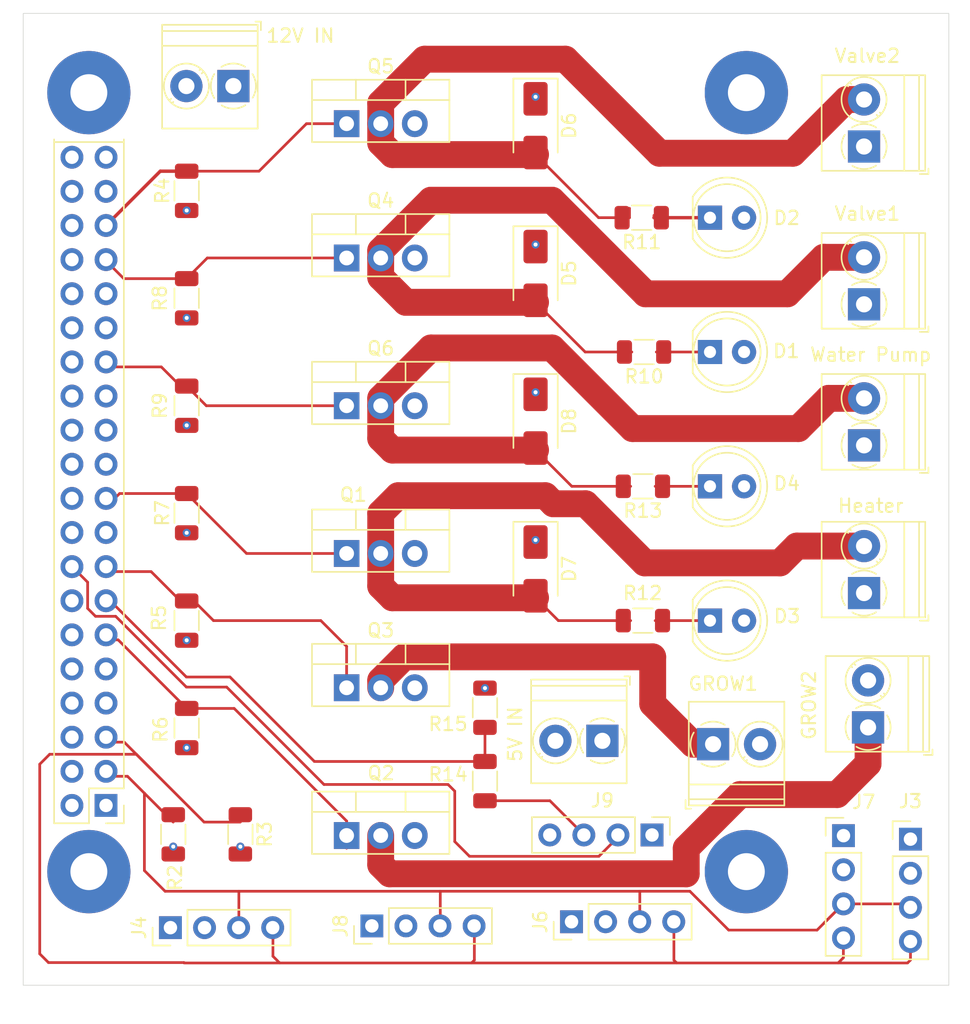
<source format=kicad_pcb>
(kicad_pcb (version 20240108) (generator "pcbnew") (generator_version "8.0")
  (title_block (date "3/14/2025") (rev "2"))
  (layers (0 "F.Cu" mixed) (1 "In1.Cu" power) (2 "In2.Cu" power) (31 "B.Cu" mixed) (34 "B.Paste" user) (35 "F.Paste" user) (36 "B.SilkS" user "B.Silkscreen") (37 "F.SilkS" user "F.Silkscreen") (38 "B.Mask" user) (39 "F.Mask" user) (44 "Edge.Cuts" user))
  (net 0 "")
  (net 1 "Net-(D1-K)")
  (net 2 "+12V")
  (net 3 "Net-(D2-K)")
  (net 4 "Net-(D3-K)")
  (net 5 "Net-(D4-K)")
  (net 6 "Net-(D5-A)")
  (net 7 "Net-(D6-A)")
  (net 8 "Net-(D7-A)")
  (net 9 "Net-(D8-A)")
  (net 10 "GND")
  (net 11 "+5V")
  (net 12 "+3.3V")
  (net 13 "Net-(J1-SDA_I2C1{slash}GPIO02)")
  (net 14 "Net-(J1-GPIO19{slash}SPI1_MISO{slash}PCM_FS)")
  (net 15 "Net-(J1-SCL_I2C1{slash}GPIO03)")
  (net 16 "Net-(J1-GPIO13{slash}PWM1)")
  (net 17 "Net-(Q2-D)")
  (net 18 "Net-(Q3-D)")
  (net 20 "Net-(J1-ID_SD_I2C0{slash}GPIO00)")
  (net 21 "Net-(J1-MOSI_SPI0{slash}GPIO10)")
  (net 22 "Net-(J1-GPIO22{slash}SDIO_CLK)")
  (net 23 "Net-(J1-GPIO27{slash}SDIO_DAT3)")
  (net 24 "Net-(J1-GPIO17{slash}SPI1_~{CE1})")
  (net 32 "Net-(J1-GPIO23{slash}SDIO_CMD)")
  (net 43 "Net-(J9-Pin_3)")
  (footprint "Resistor_SMD:R_1206_3216Metric" (layer "F.Cu") (at 164.3575 84.3 180)
    (property "Reference" "R10" (at 0 -1.82 180) (layer "F.SilkS"))
    (property "Value" "1kΩ")
    (pad "1" smd roundrect (at -1.4625 0 180) (size 1.125 1.75) (layers "F.Cu" "F.Paste" "F.Mask") (roundrect_rratio 0.222222) (net 1 "Net-(D1-K)"))
    (pad "2" smd roundrect (at 1.4625 0 180) (size 1.125 1.75) (layers "F.Cu" "F.Paste" "F.Mask") (roundrect_rratio 0.222222) (net 6 "Net-(D5-A)"))
  )
  (footprint "Resistor_SMD:R_1206_3216Metric" (layer "F.Cu") (at 129.27 120.2125 90)
    (property "Reference" "R2" (at -3.2375 0.13 90) (layer "F.SilkS"))
    (property "Value" "4.7kΩ")
    (pad "1" smd roundrect (at -1.4625 0 90) (size 1.125 1.75) (layers "F.Cu" "F.Paste" "F.Mask") (roundrect_rratio 0.222222) (net 12 "+3.3V"))
    (pad "2" smd roundrect (at 1.4625 0 90) (size 1.125 1.75) (layers "F.Cu" "F.Paste" "F.Mask") (roundrect_rratio 0.222222) (net 13 "Net-(J1-SDA_I2C1{slash}GPIO02)"))
  )
  (footprint "Resistor_SMD:R_1206_3216Metric" (layer "F.Cu") (at 164.27 104.3 180)
    (property "Reference" "R12" (at 0.02 2.05 180) (layer "F.SilkS"))
    (property "Value" "1kΩ")
    (pad "1" smd roundrect (at -1.4625 0 180) (size 1.125 1.75) (layers "F.Cu" "F.Paste" "F.Mask") (roundrect_rratio 0.222222) (net 4 "Net-(D3-K)"))
    (pad "2" smd roundrect (at 1.4625 0 180) (size 1.125 1.75) (layers "F.Cu" "F.Paste" "F.Mask") (roundrect_rratio 0.222222) (net 8 "Net-(D7-A)"))
  )
  (footprint "Resistor_SMD:R_1206_3216Metric" (layer "F.Cu") (at 130.27 96.3 -90)
    (property "Reference" "R7" (at 0 1.82 90) (layer "F.SilkS"))
    (property "Value" "10kΩ")
    (pad "1" smd roundrect (at -1.4625 0 270) (size 1.125 1.75) (layers "F.Cu" "F.Paste" "F.Mask") (roundrect_rratio 0.222222) (net 21 "Net-(J1-MOSI_SPI0{slash}GPIO10)"))
    (pad "2" smd roundrect (at 1.4625 0 270) (size 1.125 1.75) (layers "F.Cu" "F.Paste" "F.Mask") (roundrect_rratio 0.222222) (net 10 "GND"))
  )
  (footprint "Package_TO_SOT_THT:TO-220-3_Vertical" (layer "F.Cu") (at 142.19 67.3)
    (property "Reference" "Q5" (at 2.54 -4.27 0) (layer "F.SilkS"))
    (property "Value" "IRLB8721PbF")
    (pad "1" thru_hole rect (at 0 0) (size 1.905 2) (drill 1.1) (layers "*.Cu" "*.Mask") (net 14 "Net-(J1-GPIO19{slash}SPI1_MISO{slash}PCM_FS)"))
    (pad "2" thru_hole oval (at 2.54 0) (size 1.905 2) (drill 1.1) (layers "*.Cu" "*.Mask") (net 7 "Net-(D6-A)"))
    (pad "3" thru_hole oval (at 5.08 0) (size 1.905 2) (drill 1.1) (layers "*.Cu" "*.Mask") (net 10 "GND"))
  )
  (footprint "Diode_SMD:D_SMA" (layer "F.Cu") (at 156.27 100.45 -90)
    (property "Reference" "D7" (at 0 -2.5 -90) (layer "F.SilkS"))
    (property "Value" "SS510")
    (pad "1" smd roundrect (at -2 0 270) (size 2.5 1.8) (layers "F.Cu" "F.Paste" "F.Mask") (roundrect_rratio 0.1388888889) (net 2 "+12V"))
    (pad "2" smd roundrect (at 2 0 270) (size 2.5 1.8) (layers "F.Cu" "F.Paste" "F.Mask") (roundrect_rratio 0.1388888889) (net 8 "Net-(D7-A)"))
  )
  (footprint "Connector_PinHeader_2.54mm:PinHeader_1x04_P2.54mm_Vertical" (layer "F.Cu") (at 164.95 120.26 -90)
    (property "Reference" "J9" (at -2.57 3.7 180) (layer "F.SilkS"))
    (property "Value" "HC-SR04")
    (pad "1" thru_hole rect (at 0 0 270) (size 1.7 1.7) (drill 1) (layers "*.Cu" "*.Mask") (net 11 "+5V"))
    (pad "2" thru_hole oval (at 0 2.54 270) (size 1.7 1.7) (drill 1) (layers "*.Cu" "*.Mask") (net 32 "Net-(J1-GPIO23{slash}SDIO_CMD)"))
    (pad "3" thru_hole oval (at 0 5.08 270) (size 1.7 1.7) (drill 1) (layers "*.Cu" "*.Mask") (net 43 "Net-(J9-Pin_3)"))
    (pad "4" thru_hole oval (at 0 7.62 270) (size 1.7 1.7) (drill 1) (layers "*.Cu" "*.Mask") (net 10 "GND"))
  )
  (footprint "Package_TO_SOT_THT:TO-220-3_Vertical" (layer "F.Cu") (at 142.19 109.3)
    (property "Reference" "Q3" (at 2.54 -4.27 0) (layer "F.SilkS"))
    (property "Value" "IRLB8721PbF")
    (pad "1" thru_hole rect (at 0 0) (size 1.905 2) (drill 1.1) (layers "*.Cu" "*.Mask") (net 22 "Net-(J1-GPIO22{slash}SDIO_CLK)"))
    (pad "2" thru_hole oval (at 2.54 0) (size 1.905 2) (drill 1.1) (layers "*.Cu" "*.Mask") (net 18 "Net-(Q3-D)"))
    (pad "3" thru_hole oval (at 5.08 0) (size 1.905 2) (drill 1.1) (layers "*.Cu" "*.Mask") (net 10 "GND"))
  )
  (footprint "TerminalBlock_Phoenix:TerminalBlock_Phoenix_PT-1,5-2-3.5-H_1x02_P3.50mm_Horizontal" (layer "F.Cu") (at 180.75 102.25 90)
    (property "Reference" "Heater" (at 6.5 0.5 180) (layer "F.SilkS"))
    (property "Value" "R1")
    (pad "1" thru_hole rect (at 0 0 90) (size 2.4 2.4) (drill 1.2) (layers "*.Cu" "*.Mask") (net 2 "+12V"))
    (pad "2" thru_hole circle (at 3.5 0 90) (size 2.4 2.4) (drill 1.2) (layers "*.Cu" "*.Mask") (net 8 "Net-(D7-A)"))
  )
  (footprint "TerminalBlock_Phoenix:TerminalBlock_Phoenix_PT-1,5-2-3.5-H_1x02_P3.50mm_Horizontal" (layer "F.Cu") (at 180.75 80.75 90)
    (property "Reference" "Valve1" (at 6.75 0.25 180) (layer "F.SilkS"))
    (property "Value" "L")
    (pad "1" thru_hole rect (at 0 0 90) (size 2.4 2.4) (drill 1.2) (layers "*.Cu" "*.Mask") (net 2 "+12V"))
    (pad "2" thru_hole circle (at 3.5 0 90) (size 2.4 2.4) (drill 1.2) (layers "*.Cu" "*.Mask") (net 6 "Net-(D5-A)"))
  )
  (footprint "TerminalBlock_Phoenix:TerminalBlock_Phoenix_PT-1,5-2-3.5-H_1x02_P3.50mm_Horizontal" (layer "F.Cu") (at 181.05 112.25 90)
    (property "Reference" "GROW2" (at 1.65 -4.4 90) (layer "F.SilkS"))
    (property "Value" "~")
    (pad "1" thru_hole rect (at 0 0 90) (size 2.4 2.4) (drill 1.2) (layers "*.Cu" "*.Mask") (net 17 "Net-(Q2-D)"))
    (pad "2" thru_hole circle (at 3.5 0 90) (size 2.4 2.4) (drill 1.2) (layers "*.Cu" "*.Mask") (net 11 "+5V"))
  )
  (footprint "Resistor_SMD:R_1206_3216Metric" (layer "F.Cu") (at 164.27 94.3 180)
    (property "Reference" "R13" (at 0 -1.82 180) (layer "F.SilkS"))
    (property "Value" "1kΩ")
    (pad "1" smd roundrect (at -1.4625 0 180) (size 1.125 1.75) (layers "F.Cu" "F.Paste" "F.Mask") (roundrect_rratio 0.222222) (net 5 "Net-(D4-K)"))
    (pad "2" smd roundrect (at 1.4625 0 180) (size 1.125 1.75) (layers "F.Cu" "F.Paste" "F.Mask") (roundrect_rratio 0.222222) (net 9 "Net-(D8-A)"))
  )
  (footprint "Connector_PinHeader_2.54mm:PinHeader_1x04_P2.54mm_Vertical" (layer "F.Cu") (at 144.07 127.03 90)
    (property "Reference" "J8" (at 0 -2.33 90) (layer "F.SilkS"))
    (property "Value" "Humidity Sensor")
    (pad "1" thru_hole rect (at 0 0 90) (size 1.7 1.7) (drill 1) (layers "*.Cu" "*.Mask") (net 11 "+5V"))
    (pad "2" thru_hole oval (at 0 2.54 90) (size 1.7 1.7) (drill 1) (layers "*.Cu" "*.Mask") (net 10 "GND"))
    (pad "3" thru_hole oval (at 0 5.08 90) (size 1.7 1.7) (drill 1) (layers "*.Cu" "*.Mask") (net 13 "Net-(J1-SDA_I2C1{slash}GPIO02)"))
    (pad "4" thru_hole oval (at 0 7.62 90) (size 1.7 1.7) (drill 1) (layers "*.Cu" "*.Mask") (net 15 "Net-(J1-SCL_I2C1{slash}GPIO03)"))
  )
  (footprint "Connector_PinHeader_2.54mm:PinHeader_1x04_P2.54mm_Vertical" (layer "F.Cu") (at 158.95 126.72 90)
    (property "Reference" "J6" (at 0 -2.33 90) (layer "F.SilkS"))
    (property "Value" "Temperature Sensor")
    (pad "1" thru_hole rect (at 0 0 90) (size 1.7 1.7) (drill 1) (layers "*.Cu" "*.Mask") (net 11 "+5V"))
    (pad "2" thru_hole oval (at 0 2.54 90) (size 1.7 1.7) (drill 1) (layers "*.Cu" "*.Mask") (net 10 "GND"))
    (pad "3" thru_hole oval (at 0 5.08 90) (size 1.7 1.7) (drill 1) (layers "*.Cu" "*.Mask") (net 13 "Net-(J1-SDA_I2C1{slash}GPIO02)"))
    (pad "4" thru_hole oval (at 0 7.62 90) (size 1.7 1.7) (drill 1) (layers "*.Cu" "*.Mask") (net 15 "Net-(J1-SCL_I2C1{slash}GPIO03)"))
  )
  (footprint "Connector_PinHeader_2.54mm:PinHeader_1x04_P2.54mm_Vertical" (layer "F.Cu") (at 129.06 127.16 90)
    (property "Reference" "J4" (at 0 -2.33 90) (layer "F.SilkS"))
    (property "Value" "Soil Sensor")
    (pad "1" thru_hole rect (at 0 0 90) (size 1.7 1.7) (drill 1) (layers "*.Cu" "*.Mask") (net 11 "+5V"))
    (pad "2" thru_hole oval (at 0 2.54 90) (size 1.7 1.7) (drill 1) (layers "*.Cu" "*.Mask") (net 10 "GND"))
    (pad "3" thru_hole oval (at 0 5.08 90) (size 1.7 1.7) (drill 1) (layers "*.Cu" "*.Mask") (net 13 "Net-(J1-SDA_I2C1{slash}GPIO02)"))
    (pad "4" thru_hole oval (at 0 7.62 90) (size 1.7 1.7) (drill 1) (layers "*.Cu" "*.Mask") (net 15 "Net-(J1-SCL_I2C1{slash}GPIO03)"))
  )
  (footprint "Diode_SMD:D_SMA" (layer "F.Cu") (at 156.27 89.45 -90)
    (property "Reference" "D8" (at 0 -2.5 -90) (layer "F.SilkS"))
    (property "Value" "SS510")
    (pad "1" smd roundrect (at -2 0 270) (size 2.5 1.8) (layers "F.Cu" "F.Paste" "F.Mask") (roundrect_rratio 0.1388888889) (net 2 "+12V"))
    (pad "2" smd roundrect (at 2 0 270) (size 2.5 1.8) (layers "F.Cu" "F.Paste" "F.Mask") (roundrect_rratio 0.1388888889) (net 9 "Net-(D8-A)"))
  )
  (footprint "Diode_SMD:D_SMA" (layer "F.Cu") (at 156.27 78.45 -90)
    (property "Reference" "D5" (at 0 -2.5 -90) (layer "F.SilkS"))
    (property "Value" "SS510")
    (pad "1" smd roundrect (at -2 0 270) (size 2.5 1.8) (layers "F.Cu" "F.Paste" "F.Mask") (roundrect_rratio 0.1388888889) (net 2 "+12V"))
    (pad "2" smd roundrect (at 2 0 270) (size 2.5 1.8) (layers "F.Cu" "F.Paste" "F.Mask") (roundrect_rratio 0.1388888889) (net 6 "Net-(D5-A)"))
  )
  (footprint "LED_THT:LED_D5.0mm" (layer "F.Cu") (at 169.27 74.3)
    (property "Reference" "D2" (at 5.72 0.02 0) (layer "F.SilkS"))
    (property "Value" "LED")
    (pad "1" thru_hole rect (at 0 0) (size 1.8 1.8) (drill 0.9) (layers "*.Cu" "*.Mask") (net 3 "Net-(D2-K)"))
    (pad "2" thru_hole circle (at 2.54 0) (size 1.8 1.8) (drill 0.9) (layers "*.Cu" "*.Mask") (net 2 "+12V"))
  )
  (footprint "LED_THT:LED_D5.0mm" (layer "F.Cu") (at 169.27 94.3)
    (property "Reference" "D4" (at 5.72 -0.21 0) (layer "F.SilkS"))
    (property "Value" "LED")
    (pad "1" thru_hole rect (at 0 0) (size 1.8 1.8) (drill 0.9) (layers "*.Cu" "*.Mask") (net 5 "Net-(D4-K)"))
    (pad "2" thru_hole circle (at 2.54 0) (size 1.8 1.8) (drill 0.9) (layers "*.Cu" "*.Mask") (net 2 "+12V"))
  )
  (footprint "Resistor_SMD:R_1206_3216Metric" (layer "F.Cu") (at 130.27 112.3 -90)
    (property "Reference" "R6" (at 0.11 1.95 90) (layer "F.SilkS"))
    (property "Value" "10kΩ")
    (pad "1" smd roundrect (at -1.4625 0 270) (size 1.125 1.75) (layers "F.Cu" "F.Paste" "F.Mask") (roundrect_rratio 0.222222) (net 24 "Net-(J1-GPIO17{slash}SPI1_~{CE1})"))
    (pad "2" smd roundrect (at 1.4625 0 270) (size 1.125 1.75) (layers "F.Cu" "F.Paste" "F.Mask") (roundrect_rratio 0.222222) (net 10 "GND"))
  )
  (footprint "Package_TO_SOT_THT:TO-220-3_Vertical" (layer "F.Cu") (at 142.19 120.3)
    (property "Reference" "Q2" (at 2.57 -4.64 0) (layer "F.SilkS"))
    (property "Value" "IRLB8721PbF")
    (pad "1" thru_hole rect (at 0 0) (size 1.905 2) (drill 1.1) (layers "*.Cu" "*.Mask") (net 24 "Net-(J1-GPIO17{slash}SPI1_~{CE1})"))
    (pad "2" thru_hole oval (at 2.54 0) (size 1.905 2) (drill 1.1) (layers "*.Cu" "*.Mask") (net 17 "Net-(Q2-D)"))
    (pad "3" thru_hole oval (at 5.08 0) (size 1.905 2) (drill 1.1) (layers "*.Cu" "*.Mask") (net 10 "GND"))
  )
  (footprint "Resistor_SMD:R_1206_3216Metric" (layer "F.Cu") (at 130.27 104.3 -90)
    (property "Reference" "R5" (at -0.19 2.06 90) (layer "F.SilkS"))
    (property "Value" "10kΩ")
    (pad "1" smd roundrect (at -1.4625 0 270) (size 1.125 1.75) (layers "F.Cu" "F.Paste" "F.Mask") (roundrect_rratio 0.222222) (net 22 "Net-(J1-GPIO22{slash}SDIO_CLK)"))
    (pad "2" smd roundrect (at 1.4625 0 270) (size 1.125 1.75) (layers "F.Cu" "F.Paste" "F.Mask") (roundrect_rratio 0.222222) (net 10 "GND"))
  )
  (footprint "TerminalBlock_Phoenix:TerminalBlock_Phoenix_PT-1,5-2-3.5-H_1x02_P3.50mm_Horizontal" (layer "F.Cu") (at 180.75 69 90)
    (property "Reference" "Valve2" (at 6.75 0.25 180) (layer "F.SilkS"))
    (property "Value" "L")
    (pad "1" thru_hole rect (at 0 0 90) (size 2.4 2.4) (drill 1.2) (layers "*.Cu" "*.Mask") (net 2 "+12V"))
    (pad "2" thru_hole circle (at 3.5 0 90) (size 2.4 2.4) (drill 1.2) (layers "*.Cu" "*.Mask") (net 7 "Net-(D6-A)"))
  )
  (footprint "Resistor_SMD:R_1206_3216Metric" (layer "F.Cu") (at 152.5 110.7875 90)
    (property "Reference" "R15" (at -1.2125 -2.75 180) (layer "F.SilkS"))
    (property "Value" "2kΩ")
    (pad "1" smd roundrect (at -1.4625 0 90) (size 1.125 1.75) (layers "F.Cu" "F.Paste" "F.Mask") (roundrect_rratio 0.222222) (net 23 "Net-(J1-GPIO27{slash}SDIO_DAT3)"))
    (pad "2" smd roundrect (at 1.4625 0 90) (size 1.125 1.75) (layers "F.Cu" "F.Paste" "F.Mask") (roundrect_rratio 0.222222) (net 10 "GND"))
  )
  (footprint "Package_TO_SOT_THT:TO-220-3_Vertical" (layer "F.Cu") (at 142.19 77.3)
    (property "Reference" "Q4" (at 2.54 -4.27 0) (layer "F.SilkS"))
    (property "Value" "IRLB8721PbF")
    (pad "1" thru_hole rect (at 0 0) (size 1.905 2) (drill 1.1) (layers "*.Cu" "*.Mask") (net 16 "Net-(J1-GPIO13{slash}PWM1)"))
    (pad "2" thru_hole oval (at 2.54 0) (size 1.905 2) (drill 1.1) (layers "*.Cu" "*.Mask") (net 6 "Net-(D5-A)"))
    (pad "3" thru_hole oval (at 5.08 0) (size 1.905 2) (drill 1.1) (layers "*.Cu" "*.Mask") (net 10 "GND"))
  )
  (footprint "Resistor_SMD:R_1206_3216Metric" (layer "F.Cu") (at 152.5 116.25 -90)
    (property "Reference" "R14" (at -0.5 2.75 0) (layer "F.SilkS"))
    (property "Value" "1kΩ")
    (pad "1" smd roundrect (at -1.4625 0 270) (size 1.125 1.75) (layers "F.Cu" "F.Paste" "F.Mask") (roundrect_rratio 0.222222) (net 23 "Net-(J1-GPIO27{slash}SDIO_DAT3)"))
    (pad "2" smd roundrect (at 1.4625 0 270) (size 1.125 1.75) (layers "F.Cu" "F.Paste" "F.Mask") (roundrect_rratio 0.222222) (net 43 "Net-(J9-Pin_3)"))
  )
  (footprint "LED_THT:LED_D5.0mm" (layer "F.Cu") (at 169.27 104.3)
    (property "Reference" "D3" (at 5.75 -0.33 0) (layer "F.SilkS"))
    (property "Value" "LED")
    (pad "1" thru_hole rect (at 0 0) (size 1.8 1.8) (drill 0.9) (layers "*.Cu" "*.Mask") (net 4 "Net-(D3-K)"))
    (pad "2" thru_hole circle (at 2.54 0) (size 1.8 1.8) (drill 0.9) (layers "*.Cu" "*.Mask") (net 2 "+12V"))
  )
  (footprint "Package_TO_SOT_THT:TO-220-3_Vertical" (layer "F.Cu") (at 142.19 88.3)
    (property "Reference" "Q6" (at 2.54 -4.27 0) (layer "F.SilkS"))
    (property "Value" "IRLB8721PbF")
    (pad "1" thru_hole rect (at 0 0) (size 1.905 2) (drill 1.1) (layers "*.Cu" "*.Mask") (net 20 "Net-(J1-ID_SD_I2C0{slash}GPIO00)"))
    (pad "2" thru_hole oval (at 2.54 0) (size 1.905 2) (drill 1.1) (layers "*.Cu" "*.Mask") (net 9 "Net-(D8-A)"))
    (pad "3" thru_hole oval (at 5.08 0) (size 1.905 2) (drill 1.1) (layers "*.Cu" "*.Mask") (net 10 "GND"))
  )
  (footprint "LED_THT:LED_D5.0mm" (layer "F.Cu") (at 169.27 84.3)
    (property "Reference" "D1" (at 5.69 -0.07 0) (layer "F.SilkS"))
    (property "Value" "LED")
    (pad "1" thru_hole rect (at 0 0) (size 1.8 1.8) (drill 0.9) (layers "*.Cu" "*.Mask") (net 1 "Net-(D1-K)"))
    (pad "2" thru_hole circle (at 2.54 0) (size 1.8 1.8) (drill 0.9) (layers "*.Cu" "*.Mask") (net 2 "+12V"))
  )
  (footprint "TerminalBlock_Phoenix:TerminalBlock_Phoenix_PT-1,5-2-3.5-H_1x02_P3.50mm_Horizontal" (layer "F.Cu") (at 180.75 91.25 90)
    (property "Reference" "Water Pump" (at 6.75 0.5 180) (layer "F.SilkS"))
    (property "Value" "12V")
    (pad "1" thru_hole rect (at 0 0 90) (size 2.4 2.4) (drill 1.2) (layers "*.Cu" "*.Mask") (net 2 "+12V"))
    (pad "2" thru_hole circle (at 3.5 0 90) (size 2.4 2.4) (drill 1.2) (layers "*.Cu" "*.Mask") (net 9 "Net-(D8-A)"))
  )
  (footprint "Resistor_SMD:R_1206_3216Metric" (layer "F.Cu") (at 130.27 80.3 -90)
    (property "Reference" "R8" (at 0 2 90) (layer "F.SilkS"))
    (property "Value" "10kΩ")
    (pad "1" smd roundrect (at -1.4625 0 270) (size 1.125 1.75) (layers "F.Cu" "F.Paste" "F.Mask") (roundrect_rratio 0.222222) (net 16 "Net-(J1-GPIO13{slash}PWM1)"))
    (pad "2" smd roundrect (at 1.4625 0 270) (size 1.125 1.75) (layers "F.Cu" "F.Paste" "F.Mask") (roundrect_rratio 0.222222) (net 10 "GND"))
  )
  (footprint "Resistor_SMD:R_1206_3216Metric" (layer "F.Cu") (at 130.27 72.3 -90)
    (property "Reference" "R4" (at 0 1.82 90) (layer "F.SilkS"))
    (property "Value" "10kΩ")
    (pad "1" smd roundrect (at -1.4625 0 270) (size 1.125 1.75) (layers "F.Cu" "F.Paste" "F.Mask") (roundrect_rratio 0.222222) (net 14 "Net-(J1-GPIO19{slash}SPI1_MISO{slash}PCM_FS)"))
    (pad "2" smd roundrect (at 1.4625 0 270) (size 1.125 1.75) (layers "F.Cu" "F.Paste" "F.Mask") (roundrect_rratio 0.222222) (net 10 "GND"))
  )
  (footprint "Connector_PinHeader_2.54mm:PinHeader_1x04_P2.54mm_Vertical" (layer "F.Cu") (at 184.21 120.57)
    (property "Reference" "J3" (at 0 -2.82 0) (layer "F.SilkS"))
    (property "Value" "Soil Sensor")
    (pad "1" thru_hole rect (at 0 0) (size 1.7 1.7) (drill 1) (layers "*.Cu" "*.Mask") (net 11 "+5V"))
    (pad "2" thru_hole oval (at 0 2.54) (size 1.7 1.7) (drill 1) (layers "*.Cu" "*.Mask") (net 10 "GND"))
    (pad "3" thru_hole oval (at 0 5.08) (size 1.7 1.7) (drill 1) (layers "*.Cu" "*.Mask") (net 13 "Net-(J1-SDA_I2C1{slash}GPIO02)"))
    (pad "4" thru_hole oval (at 0 7.62) (size 1.7 1.7) (drill 1) (layers "*.Cu" "*.Mask") (net 15 "Net-(J1-SCL_I2C1{slash}GPIO03)"))
  )
  (footprint "TerminalBlock_Phoenix:TerminalBlock_Phoenix_PT-1,5-2-3.5-H_1x02_P3.50mm_Horizontal" (layer "F.Cu") (at 161.25 113.25 180)
    (property "Reference" "5V IN" (at 6.5 0.5 90) (layer "F.SilkS"))
    (property "Value" "Conn_01x02")
    (pad "1" thru_hole rect (at 0 0 180) (size 2.4 2.4) (drill 1.2) (layers "*.Cu" "*.Mask") (net 11 "+5V"))
    (pad "2" thru_hole circle (at 3.5 0 180) (size 2.4 2.4) (drill 1.2) (layers "*.Cu" "*.Mask") (net 10 "GND"))
  )
  (footprint "TerminalBlock_Phoenix:TerminalBlock_Phoenix_PT-1,5-2-3.5-H_1x02_P3.50mm_Horizontal" (layer "F.Cu") (at 133.75 64.5 180)
    (property "Reference" "12V IN" (at -5 3.75 180) (layer "F.SilkS"))
    (property "Value" "Conn_01x02")
    (pad "1" thru_hole rect (at 0 0 180) (size 2.4 2.4) (drill 1.2) (layers "*.Cu" "*.Mask") (net 2 "+12V"))
    (pad "2" thru_hole circle (at 3.5 0 180) (size 2.4 2.4) (drill 1.2) (layers "*.Cu" "*.Mask") (net 10 "GND"))
  )
  (footprint "TerminalBlock_Phoenix:TerminalBlock_Phoenix_PT-1,5-2-3.5-H_1x02_P3.50mm_Horizontal" (layer "F.Cu") (at 169.5 113.5)
    (property "Reference" "GROW1" (at 0.75 -4.5 0) (layer "F.SilkS"))
    (property "Value" "~")
    (pad "1" thru_hole rect (at 0 0) (size 2.4 2.4) (drill 1.2) (layers "*.Cu" "*.Mask") (net 18 "Net-(Q3-D)"))
    (pad "2" thru_hole circle (at 3.5 0) (size 2.4 2.4) (drill 1.2) (layers "*.Cu" "*.Mask") (net 11 "+5V"))
  )
  (footprint "Connector_PinHeader_2.54mm:PinHeader_1x04_P2.54mm_Vertical" (layer "F.Cu") (at 179.22 120.31)
    (property "Reference" "J7" (at 1.51 -2.51 0) (layer "F.SilkS"))
    (property "Value" "Air Quality Sensor")
    (pad "1" thru_hole rect (at 0 0) (size 1.7 1.7) (drill 1) (layers "*.Cu" "*.Mask") (net 11 "+5V"))
    (pad "2" thru_hole oval (at 0 2.54) (size 1.7 1.7) (drill 1) (layers "*.Cu" "*.Mask") (net 10 "GND"))
    (pad "3" thru_hole oval (at 0 5.08) (size 1.7 1.7) (drill 1) (layers "*.Cu" "*.Mask") (net 13 "Net-(J1-SDA_I2C1{slash}GPIO02)"))
    (pad "4" thru_hole oval (at 0 7.62) (size 1.7 1.7) (drill 1) (layers "*.Cu" "*.Mask") (net 15 "Net-(J1-SCL_I2C1{slash}GPIO03)"))
  )
  (footprint "Resistor_SMD:R_1206_3216Metric" (layer "F.Cu") (at 164.1825 74.3 180)
    (property "Reference" "R11" (at 0 -1.82 180) (layer "F.SilkS"))
    (property "Value" "1kΩ")
    (pad "1" smd roundrect (at -1.4625 0 180) (size 1.125 1.75) (layers "F.Cu" "F.Paste" "F.Mask") (roundrect_rratio 0.222222) (net 3 "Net-(D2-K)"))
    (pad "2" smd roundrect (at 1.4625 0 180) (size 1.125 1.75) (layers "F.Cu" "F.Paste" "F.Mask") (roundrect_rratio 0.222222) (net 7 "Net-(D6-A)"))
  )
  (footprint "Diode_SMD:D_SMA" (layer "F.Cu") (at 156.27 67.45 -90)
    (property "Reference" "D6" (at 0 -2.5 -90) (layer "F.SilkS"))
    (property "Value" "SS510")
    (pad "1" smd roundrect (at -2 0 270) (size 2.5 1.8) (layers "F.Cu" "F.Paste" "F.Mask") (roundrect_rratio 0.1388888889) (net 2 "+12V"))
    (pad "2" smd roundrect (at 2 0 270) (size 2.5 1.8) (layers "F.Cu" "F.Paste" "F.Mask") (roundrect_rratio 0.1388888889) (net 7 "Net-(D6-A)"))
  )
  (footprint "Package_TO_SOT_THT:TO-220-3_Vertical" (layer "F.Cu") (at 142.19 99.3)
    (property "Reference" "Q1" (at 0.5 -4.37 0) (layer "F.SilkS"))
    (property "Value" "IRLB8721PbF")
    (pad "1" thru_hole rect (at 0 0) (size 1.905 2) (drill 1.1) (layers "*.Cu" "*.Mask") (net 21 "Net-(J1-MOSI_SPI0{slash}GPIO10)"))
    (pad "2" thru_hole oval (at 2.54 0) (size 1.905 2) (drill 1.1) (layers "*.Cu" "*.Mask") (net 8 "Net-(D7-A)"))
    (pad "3" thru_hole oval (at 5.08 0) (size 1.905 2) (drill 1.1) (layers "*.Cu" "*.Mask") (net 10 "GND"))
  )
  (footprint "RASPBERRY_PI_4B_4GB:RPI Correct" (layer "F.Cu") (at 120.88 72.34)
    (property "Reference" "J1" (hide yes))
    (property "Value" "Raspberry_Pi_5")
    (pad "1" thru_hole rect (at 3.38 45.72 180) (size 1.7 1.7) (drill 1) (layers "*.Cu" "*.Mask") (net 12 "+3.3V"))
    (pad "2" thru_hole oval (at 0.84 45.72 180) (size 1.7 1.7) (drill 1) (layers "*.Cu" "*.Mask") (net 11 "+5V"))
    (pad "3" thru_hole oval (at 3.38 43.18 180) (size 1.7 1.7) (drill 1) (layers "*.Cu" "*.Mask") (net 13 "Net-(J1-SDA_I2C1{slash}GPIO02)"))
    (pad "4" thru_hole oval (at 0.84 43.18 180) (size 1.7 1.7) (drill 1) (layers "*.Cu" "*.Mask") (net 11 "+5V"))
    (pad "5" thru_hole oval (at 3.38 40.64 180) (size 1.7 1.7) (drill 1) (layers "*.Cu" "*.Mask") (net 15 "Net-(J1-SCL_I2C1{slash}GPIO03)"))
    (pad "6" thru_hole oval (at 0.84 40.64 180) (size 1.7 1.7) (drill 1) (layers "*.Cu" "*.Mask") (net 10 "GND"))
    (pad "7" thru_hole oval (at 3.38 38.1 180) (size 1.7 1.7) (drill 1) (layers "*.Cu" "*.Mask"))
    (pad "8" thru_hole oval (at 0.84 38.1 180) (size 1.7 1.7) (drill 1) (layers "*.Cu" "*.Mask"))
    (pad "9" thru_hole oval (at 3.38 35.56 180) (size 1.7 1.7) (drill 1) (layers "*.Cu" "*.Mask") (net 10 "GND"))
    (pad "10" thru_hole oval (at 0.84 35.56 180) (size 1.7 1.7) (drill 1) (layers "*.Cu" "*.Mask"))
    (pad "11" thru_hole oval (at 3.38 33.02 180) (size 1.7 1.7) (drill 1) (layers "*.Cu" "*.Mask") (net 24 "Net-(J1-GPIO17{slash}SPI1_~{CE1})"))
    (pad "12" thru_hole oval (at 0.84 33.02 180) (size 1.7 1.7) (drill 1) (layers "*.Cu" "*.Mask"))
    (pad "13" thru_hole oval (at 3.38 30.48 180) (size 1.7 1.7) (drill 1) (layers "*.Cu" "*.Mask") (net 23 "Net-(J1-GPIO27{slash}SDIO_DAT3)"))
    (pad "14" thru_hole oval (at 0.84 30.48 180) (size 1.7 1.7) (drill 1) (layers "*.Cu" "*.Mask") (net 10 "GND"))
    (pad "15" thru_hole oval (at 3.38 27.94 180) (size 1.7 1.7) (drill 1) (layers "*.Cu" "*.Mask") (net 22 "Net-(J1-GPIO22{slash}SDIO_CLK)"))
    (pad "16" thru_hole oval (at 0.84 27.94 180) (size 1.7 1.7) (drill 1) (layers "*.Cu" "*.Mask") (net 32 "Net-(J1-GPIO23{slash}SDIO_CMD)"))
    (pad "17" thru_hole oval (at 3.38 25.4 180) (size 1.7 1.7) (drill 1) (layers "*.Cu" "*.Mask") (net 12 "+3.3V"))
    (pad "18" thru_hole oval (at 0.84 25.4 180) (size 1.7 1.7) (drill 1) (layers "*.Cu" "*.Mask"))
    (pad "19" thru_hole oval (at 3.38 22.86 180) (size 1.7 1.7) (drill 1) (layers "*.Cu" "*.Mask") (net 21 "Net-(J1-MOSI_SPI0{slash}GPIO10)"))
    (pad "20" thru_hole oval (at 0.84 22.86 180) (size 1.7 1.7) (drill 1) (layers "*.Cu" "*.Mask") (net 10 "GND"))
    (pad "21" thru_hole oval (at 3.38 20.32 180) (size 1.7 1.7) (drill 1) (layers "*.Cu" "*.Mask"))
    (pad "22" thru_hole oval (at 0.84 20.32 180) (size 1.7 1.7) (drill 1) (layers "*.Cu" "*.Mask"))
    (pad "23" thru_hole oval (at 3.38 17.78 180) (size 1.7 1.7) (drill 1) (layers "*.Cu" "*.Mask"))
    (pad "24" thru_hole oval (at 0.84 17.78 180) (size 1.7 1.7) (drill 1) (layers "*.Cu" "*.Mask"))
    (pad "25" thru_hole oval (at 3.38 15.24 180) (size 1.7 1.7) (drill 1) (layers "*.Cu" "*.Mask") (net 10 "GND"))
    (pad "26" thru_hole oval (at 0.84 15.24 180) (size 1.7 1.7) (drill 1) (layers "*.Cu" "*.Mask"))
    (pad "27" thru_hole oval (at 3.38 12.7 180) (size 1.7 1.7) (drill 1) (layers "*.Cu" "*.Mask") (net 20 "Net-(J1-ID_SD_I2C0{slash}GPIO00)"))
    (pad "28" thru_hole oval (at 0.84 12.7 180) (size 1.7 1.7) (drill 1) (layers "*.Cu" "*.Mask"))
    (pad "29" thru_hole oval (at 3.38 10.16 180) (size 1.7 1.7) (drill 1) (layers "*.Cu" "*.Mask"))
    (pad "30" thru_hole oval (at 0.84 10.16 180) (size 1.7 1.7) (drill 1) (layers "*.Cu" "*.Mask") (net 10 "GND"))
    (pad "31" thru_hole oval (at 3.38 7.62 180) (size 1.7 1.7) (drill 1) (layers "*.Cu" "*.Mask"))
    (pad "32" thru_hole oval (at 0.84 7.62 180) (size 1.7 1.7) (drill 1) (layers "*.Cu" "*.Mask"))
    (pad "33" thru_hole oval (at 3.38 5.08 180) (size 1.7 1.7) (drill 1) (layers "*.Cu" "*.Mask") (net 16 "Net-(J1-GPIO13{slash}PWM1)"))
    (pad "34" thru_hole oval (at 0.84 5.08 180) (size 1.7 1.7) (drill 1) (layers "*.Cu" "*.Mask") (net 10 "GND"))
    (pad "35" thru_hole oval (at 3.38 2.54 180) (size 1.7 1.7) (drill 1) (layers "*.Cu" "*.Mask") (net 14 "Net-(J1-GPIO19{slash}SPI1_MISO{slash}PCM_FS)"))
    (pad "36" thru_hole oval (at 0.84 2.54 180) (size 1.7 1.7) (drill 1) (layers "*.Cu" "*.Mask"))
    (pad "37" thru_hole oval (at 3.38 0 180) (size 1.7 1.7) (drill 1) (layers "*.Cu" "*.Mask"))
    (pad "38" thru_hole oval (at 0.84 0 180) (size 1.7 1.7) (drill 1) (layers "*.Cu" "*.Mask"))
    (pad "39" thru_hole oval (at 3.38 -2.54 180) (size 1.7 1.7) (drill 1) (layers "*.Cu" "*.Mask") (net 10 "GND"))
    (pad "40" thru_hole oval (at 0.84 -2.54 180) (size 1.7 1.7) (drill 1) (layers "*.Cu" "*.Mask"))
    (pad "S1" thru_hole circle (at 51.1 -7.35 270) (size 6.2 6.2) (drill 2.75) (layers "*.Cu" "*.Mask"))
    (pad "S2" thru_hole circle (at 51.1 50.65 270) (size 6.2 6.2) (drill 2.75) (layers "*.Cu" "*.Mask"))
    (pad "S3" thru_hole circle (at 2.1 50.65 270) (size 6.2 6.2) (drill 2.75) (layers "*.Cu" "*.Mask"))
    (pad "S4" thru_hole circle (at 2.1 -7.35 270) (size 6.2 6.2) (drill 2.75) (layers "*.Cu" "*.Mask"))
  )
  (footprint "Resistor_SMD:R_1206_3216Metric" (layer "F.Cu") (at 134.27 120.2125 -90)
    (property "Reference" "R3" (at 0 -1.82 -90) (layer "F.SilkS"))
    (property "Value" "4.7kΩ")
    (pad "1" smd roundrect (at -1.4625 0 270) (size 1.125 1.75) (layers "F.Cu" "F.Paste" "F.Mask") (roundrect_rratio 0.222222) (net 15 "Net-(J1-SCL_I2C1{slash}GPIO03)"))
    (pad "2" smd roundrect (at 1.4625 0 270) (size 1.125 1.75) (layers "F.Cu" "F.Paste" "F.Mask") (roundrect_rratio 0.222222) (net 12 "+3.3V"))
  )
  (footprint "Resistor_SMD:R_1206_3216Metric" (layer "F.Cu") (at 130.27 88.3 -90)
    (property "Reference" "R9" (at 0 2 90) (layer "F.SilkS"))
    (property "Value" "10kΩ")
    (pad "1" smd roundrect (at -1.4625 0 270) (size 1.125 1.75) (layers "F.Cu" "F.Paste" "F.Mask") (roundrect_rratio 0.222222) (net 20 "Net-(J1-ID_SD_I2C0{slash}GPIO00)"))
    (pad "2" smd roundrect (at 1.4625 0 270) (size 1.125 1.75) (layers "F.Cu" "F.Paste" "F.Mask") (roundrect_rratio 0.222222) (net 10 "GND"))
  )
  (gr_rect (start 118.09 59.09) (end 187.07 131.45) (stroke (width 0.05)) (fill none) (layer "Edge.Cuts"))
  (segment (start 169.27 84.3) (end 165.27 84.3) (width 0.2) (layer "F.Cu") (net 1))
  (segment (start 156.3575 87.3) (end 156.27 87.3) (width 0.2) (layer "F.Cu") (net 2))
  (segment (start 155.97 87) (end 156.27 87.3) (width 0.2) (layer "F.Cu") (net 2))
  (segment (start 156.27 98.3) (end 155.97 98) (width 0.2) (layer "F.Cu") (net 2))
  (segment (start 155.97 76) (end 156.27 76.3) (width 0.2) (layer "F.Cu") (net 2))
  (via (at 156.27 65.3) (size 0.6) (drill 0.3) (layers "F.Cu" "B.Cu") (net 2))
  (via (at 156.27 98.3) (size 0.6) (drill 0.3) (layers "F.Cu" "B.Cu") (net 2))
  (via (at 156.27 76.3) (size 0.6) (drill 0.3) (layers "F.Cu" "B.Cu") (net 2))
  (via (at 156.27 87.3) (size 0.6) (drill 0.3) (layers "F.Cu" "B.Cu") (net 2))
  (segment (start 165.095 74.125) (end 165.095 74.3) (width 0.2) (layer "F.Cu") (net 3))
  (segment (start 165.095 74.3) (end 169.27 74.3) (width 0.25) (layer "F.Cu") (net 3))
  (segment (start 169.27 104.3) (end 165.1825 104.3) (width 0.2) (layer "F.Cu") (net 4))
  (segment (start 169.27 94.3) (end 165.1825 94.3) (width 0.2) (layer "F.Cu") (net 5))
  (segment (start 157.5 73) (end 164.47 79.97) (width 2) (layer "F.Cu") (net 6))
  (segment (start 175.03 79.97) (end 177.75 77.25) (width 2) (layer "F.Cu") (net 6))
  (segment (start 146.6 80.6) (end 144.73 78.73) (width 2) (layer "F.Cu") (net 6))
  (segment (start 144.73 78.73) (end 144.73 77.3) (width 2) (layer "F.Cu") (net 6))
  (segment (start 144.73 77.3) (end 144.73 76.748405) (width 2) (layer "F.Cu") (net 6))
  (segment (start 177.75 77.25) (end 180.75 77.25) (width 2) (layer "F.Cu") (net 6))
  (segment (start 164.47 79.97) (end 175.03 79.97) (width 2) (layer "F.Cu") (net 6))
  (segment (start 163.445 84.3) (end 159.97 84.3) (width 0.2) (layer "F.Cu") (net 6))
  (segment (start 144.73 76.748405) (end 148.478405 73) (width 2) (layer "F.Cu") (net 6))
  (segment (start 159.97 84.3) (end 156.27 80.6) (width 0.2) (layer "F.Cu") (net 6))
  (segment (start 156.27 80.6) (end 146.6 80.6) (width 2) (layer "F.Cu") (net 6))
  (segment (start 148.478405 73) (end 157.5 73) (width 2) (layer "F.Cu") (net 6))
  (segment (start 163.27 74.3) (end 163.27 73.6) (width 0.2) (layer "F.Cu") (net 7))
  (segment (start 165.5 69.5) (end 175.45 69.5) (width 2) (layer "F.Cu") (net 7))
  (segment (start 148 62.5) (end 144.73 65.77) (width 2) (layer "F.Cu") (net 7))
  (segment (start 160.97 74.3) (end 156.27 69.6) (width 0.2) (layer "F.Cu") (net 7))
  (segment (start 144.73 68.73) (end 144.73 67.3) (width 2) (layer "F.Cu") (net 7))
  (segment (start 144.73 65.77) (end 144.73 67.3) (width 2) (layer "F.Cu") (net 7))
  (segment (start 179.45 65.5) (end 180.75 65.5) (width 2) (layer "F.Cu") (net 7))
  (segment (start 165.5 69.5) (end 158.5 62.5) (width 2) (layer "F.Cu") (net 7))
  (segment (start 175.45 69.5) (end 179.45 65.5) (width 2) (layer "F.Cu") (net 7))
  (segment (start 145.6 69.6) (end 144.73 68.73) (width 2) (layer "F.Cu") (net 7))
  (segment (start 163.27 74.3) (end 160.97 74.3) (width 0.2) (layer "F.Cu") (net 7))
  (segment (start 158.5 62.5) (end 148 62.5) (width 2) (layer "F.Cu") (net 7))
  (segment (start 156.27 69.6) (end 145.6 69.6) (width 2) (layer "F.Cu") (net 7))
  (segment (start 175.74 98.75) (end 180.75 98.75) (width 2) (layer "F.Cu") (net 8))
  (segment (start 157 95) (end 157.6 95.6) (width 2) (layer "F.Cu") (net 8))
  (segment (start 146.03 95) (end 157 95) (width 2) (layer "F.Cu") (net 8))
  (segment (start 144.73 96.3) (end 146.03 95) (width 2) (layer "F.Cu") (net 8))
  (segment (start 163.3575 104.3) (end 157.97 104.3) (width 0.2) (layer "F.Cu") (net 8))
  (segment (start 164.4 100) (end 174.49 100) (width 2) (layer "F.Cu") (net 8))
  (segment (start 157.6 95.6) (end 160 95.6) (width 2) (layer "F.Cu") (net 8))
  (segment (start 157.97 104.3) (end 156.27 102.6) (width 0.2) (layer "F.Cu") (net 8))
  (segment (start 156.27 102.6) (end 145.6 102.6) (width 2) (layer "F.Cu") (net 8))
  (segment (start 145.6 102.6) (end 144.73 101.73) (width 2) (layer "F.Cu") (net 8))
  (segment (start 160 95.6) (end 164.4 100) (width 2) (layer "F.Cu") (net 8))
  (segment (start 174.49 100) (end 175.74 98.75) (width 2) (layer "F.Cu") (net 8))
  (segment (start 144.73 101.73) (end 144.73 99.3) (width 2) (layer "F.Cu") (net 8))
  (segment (start 144.73 99.3) (end 144.73 96.3) (width 2) (layer "F.Cu") (net 8))
  (segment (start 178.11 87.75) (end 180.75 87.75) (width 2) (layer "F.Cu") (net 9))
  (segment (start 156.27 91.6) (end 145.6 91.6) (width 2) (layer "F.Cu") (net 9))
  (segment (start 144.73 90.73) (end 144.73 88.3) (width 2) (layer "F.Cu") (net 9))
  (segment (start 175.86 90) (end 178.11 87.75) (width 2) (layer "F.Cu") (net 9))
  (segment (start 158.97 94.3) (end 156.27 91.6) (width 0.2) (layer "F.Cu") (net 9))
  (segment (start 144.73 87.748405) (end 148.478405 84) (width 2) (layer "F.Cu") (net 9))
  (segment (start 163.3575 94.3) (end 158.97 94.3) (width 0.2) (layer "F.Cu") (net 9))
  (segment (start 145.6 91.6) (end 144.73 90.73) (width 2) (layer "F.Cu") (net 9))
  (segment (start 144.73 88.3) (end 144.73 87.748405) (width 2) (layer "F.Cu") (net 9))
  (segment (start 157.5 84) (end 163.5 90) (width 2) (layer "F.Cu") (net 9))
  (segment (start 163.5 90) (end 175.86 90) (width 2) (layer "F.Cu") (net 9))
  (segment (start 148.478405 84) (end 157.5 84) (width 2) (layer "F.Cu") (net 9))
  (segment (start 147.345 120.225) (end 147.27 120.3) (width 0.2) (layer "F.Cu") (net 10))
  (via (at 130.27 97.7625) (size 0.6) (drill 0.3) (layers "F.Cu" "B.Cu") (net 10))
  (via (at 152.5 109.325) (size 0.6) (drill 0.3) (layers "F.Cu" "B.Cu") (net 10))
  (via (at 130.27 73.7625) (size 0.6) (drill 0.3) (layers "F.Cu" "B.Cu") (net 10))
  (via (at 130.27 89.7625) (size 0.6) (drill 0.3) (layers "F.Cu" "B.Cu") (net 10))
  (via (at 130.27 81.7625) (size 0.6) (drill 0.3) (layers "F.Cu" "B.Cu") (net 10))
  (via (at 130.27 105.7625) (size 0.6) (drill 0.3) (layers "F.Cu" "B.Cu") (net 10))
  (via (at 130.27 113.7625) (size 0.6) (drill 0.3) (layers "F.Cu" "B.Cu") (net 10))
  (segment (start 129.095 121.3) (end 129.27 121.125) (width 0.2) (layer "F.Cu") (net 12))
  (via (at 134.27 121.125) (size 0.6) (drill 0.3) (layers "F.Cu" "B.Cu") (net 12))
  (via (at 129.27 121.125) (size 0.6) (drill 0.3) (layers "F.Cu" "B.Cu") (net 12))
  (segment (start 134.16 124.46) (end 134.17 124.45) (width 0.2) (layer "F.Cu") (net 13))
  (segment (start 178.96 125.63) (end 177.78 126.81) (width 0.2) (layer "F.Cu") (net 13))
  (segment (start 149.15 124.45) (end 164.02 124.45) (width 0.2) (layer "F.Cu") (net 13))
  (segment (start 134.17 124.45) (end 149.15 124.45) (width 0.2) (layer "F.Cu") (net 13))
  (segment (start 164.02 124.45) (end 167.77 124.45) (width 0.2) (layer "F.Cu") (net 13))
  (segment (start 128.66 124.45) (end 134.17 124.45) (width 0.2) (layer "F.Cu") (net 13))
  (segment (start 127.12 117.15) (end 125.86 115.89) (width 0.2) (layer "F.Cu") (net 13))
  (segment (start 170.66 127.34) (end 177.25 127.34) (width 0.2) (layer "F.Cu") (net 13))
  (segment (start 183.95 125.39) (end 184.21 125.65) (width 0.2) (layer "F.Cu") (net 13))
  (segment (start 134.16 127.17) (end 134.16 124.46) (width 0.2) (layer "F.Cu") (net 13))
  (segment (start 149.17 124.47) (end 149.15 124.45) (width 0.2) (layer "F.Cu") (net 13))
  (segment (start 127.12 117.15) (end 127.12 122.91) (width 0.2) (layer "F.Cu") (net 13))
  (segment (start 149.17 127.05) (end 149.17 124.47) (width 0.2) (layer "F.Cu") (net 13))
  (segment (start 127.12 122.91) (end 128.66 124.45) (width 0.2) (layer "F.Cu") (net 13))
  (segment (start 125.86 115.89) (end 124.54 115.89) (width 0.2) (layer "F.Cu") (net 13))
  (segment (start 177.78 126.81) (end 179.21 125.38) (width 0.2) (layer "F.Cu") (net 13))
  (segment (start 129.27 119.3) (end 127.12 117.15) (width 0.2) (layer "F.Cu") (net 13))
  (segment (start 164.04 124.47) (end 164.02 124.45) (width 0.2) (layer "F.Cu") (net 13))
  (segment (start 179.22 125.39) (end 183.95 125.39) (width 0.2) (layer "F.Cu") (net 13))
  (segment (start 177.25 127.34) (end 177.78 126.81) (width 0.2) (layer "F.Cu") (net 13))
  (segment (start 164.04 126.71) (end 164.04 124.47) (width 0.2) (layer "F.Cu") (net 13))
  (segment (start 167.77 124.45) (end 170.66 127.34) (width 0.2) (layer "F.Cu") (net 13))
  (segment (start 142.19 67.3) (end 139.2 67.3) (width 0.2) (layer "F.Cu") (net 14))
  (segment (start 139.2 67.3) (end 135.6625 70.8375) (width 0.2) (layer "F.Cu") (net 14))
  (segment (start 130.27 70.8375) (end 128.3025 70.8375) (width 0.25) (layer "F.Cu") (net 14))
  (segment (start 124.69 75.25) (end 124.54 75.25) (width 0.25) (layer "F.Cu") (net 14))
  (segment (start 135.6625 70.8375) (end 130.27 70.8375) (width 0.2) (layer "F.Cu") (net 14))
  (segment (start 128.3025 70.8375) (end 124.29 74.85) (width 0.25) (layer "F.Cu") (net 14))
  (segment (start 179.21 127.92) (end 179.21 129.4) (width 0.2) (layer "F.Cu") (net 15))
  (segment (start 178.82 129.79) (end 183.99 129.79) (width 0.2) (layer "F.Cu") (net 15))
  (segment (start 124.54 113.35) (end 125.61763 113.35) (width 0.2) (layer "F.Cu") (net 15))
  (segment (start 136.7 129.29) (end 137.2 129.79) (width 0.2) (layer "F.Cu") (net 15))
  (segment (start 120.06 114.25) (end 119.32 114.99) (width 0.2) (layer "F.Cu") (net 15))
  (segment (start 125.61763 113.35) (end 127.673815 115.406185) (width 0.2) (layer "F.Cu") (net 15))
  (segment (start 183.99 129.79) (end 184.21 129.57) (width 0.2) (layer "F.Cu") (net 15))
  (segment (start 119.32 129.11) (end 119.97 129.76) (width 0.2) (layer "F.Cu") (net 15))
  (segment (start 130.093654 129.79) (end 137.2 129.79) (width 0.2) (layer "F.Cu") (net 15))
  (segment (start 130.063654 129.76) (end 130.093654 129.79) (width 0.2) (layer "F.Cu") (net 15))
  (segment (start 166.79 129.79) (end 178.82 129.79) (width 0.2) (layer "F.Cu") (net 15))
  (segment (start 136.7 127.17) (end 136.7 129.29) (width 0.2) (layer "F.Cu") (net 15))
  (segment (start 166.58 126.71) (end 166.58 129.58) (width 0.2) (layer "F.Cu") (net 15))
  (segment (start 137.2 129.79) (end 151.5 129.79) (width 0.2) (layer "F.Cu") (net 15))
  (segment (start 126.51763 114.25) (end 120.06 114.25) (width 0.2) (layer "F.Cu") (net 15))
  (segment (start 131.56763 119.3) (end 134.27 119.3) (width 0.2) (layer "F.Cu") (net 15))
  (segment (start 151.71 127.05) (end 151.71 129.58) (width 0.2) (layer "F.Cu") (net 15))
  (segment (start 151.5 129.79) (end 166.79 129.79) (width 0.2) (layer "F.Cu") (net 15))
  (segment (start 166.58 129.58) (end 166.79 129.79) (width 0.2) (layer "F.Cu") (net 15))
  (segment (start 119.32 114.99) (end 119.32 129.11) (width 0.2) (layer "F.Cu") (net 15))
  (segment (start 127.673815 115.406185) (end 126.51763 114.25) (width 0.2) (layer "F.Cu") (net 15))
  (segment (start 151.71 129.58) (end 151.5 129.79) (width 0.2) (layer "F.Cu") (net 15))
  (segment (start 184.21 129.57) (end 184.21 128.17) (width 0.2) (layer "F.Cu") (net 15))
  (segment (start 127.673815 115.406185) (end 131.56763 119.3) (width 0.2) (layer "F.Cu") (net 15))
  (segment (start 179.21 129.4) (end 178.82 129.79) (width 0.2) (layer "F.Cu") (net 15))
  (segment (start 119.97 129.76) (end 130.063654 129.76) (width 0.2) (layer "F.Cu") (net 15))
  (segment (start 125.5875 78.8375) (end 124.54 77.79) (width 0.2) (layer "F.Cu") (net 16))
  (segment (start 142.19 77.3) (end 131.8075 77.3) (width 0.2) (layer "F.Cu") (net 16))
  (segment (start 130.27 78.8375) (end 125.5875 78.8375) (width 0.2) (layer "F.Cu") (net 16))
  (segment (start 131.8075 77.3) (end 130.27 78.8375) (width 0.2) (layer "F.Cu") (net 16))
  (segment (start 144.73 120.3) (end 144.73 122.48) (width 2) (layer "F.Cu") (net 17))
  (segment (start 178.75 117.25) (end 181.05 114.95) (width 2) (layer "F.Cu") (net 17))
  (segment (start 167.5 121.25) (end 171.5 117.25) (width 2) (layer "F.Cu") (net 17))
  (segment (start 167.5 123.15) (end 167.5 121.25) (width 2) (layer "F.Cu") (net 17))
  (segment (start 171.5 117.25) (end 178.75 117.25) (width 2) (layer "F.Cu") (net 17))
  (segment (start 144.73 122.48) (end 145.4 123.15) (width 2) (layer "F.Cu") (net 17))
  (segment (start 181.05 114.95) (end 181.05 112.25) (width 2) (layer "F.Cu") (net 17))
  (segment (start 145.4 123.15) (end 167.5 123.15) (width 2) (layer "F.Cu") (net 17))
  (segment (start 165 107) (end 165 110.5) (width 2) (layer "F.Cu") (net 18))
  (segment (start 144.73 108.748405) (end 146.478405 107) (width 2) (layer "F.Cu") (net 18))
  (segment (start 165 110.5) (end 168 113.5) (width 2) (layer "F.Cu") (net 18))
  (segment (start 144.73 109.3) (end 144.73 108.748405) (width 2) (layer "F.Cu") (net 18))
  (segment (start 168 113.5) (end 169.5 113.5) (width 2) (layer "F.Cu") (net 18))
  (segment (start 146.478405 107) (end 165 107) (width 2) (layer "F.Cu") (net 18))
  (segment (start 129.8075 86.8375) (end 128.38 85.41) (width 0.2) (layer "F.Cu") (net 20))
  (segment (start 128.38 85.41) (end 124.54 85.41) (width 0.2) (layer "F.Cu") (net 20))
  (segment (start 131.7325 88.3) (end 130.27 86.8375) (width 0.2) (layer "F.Cu") (net 20))
  (segment (start 130.27 86.8375) (end 129.8075 86.8375) (width 0.2) (layer "F.Cu") (net 20))
  (segment (start 142.19 88.3) (end 131.7325 88.3) (width 0.2) (layer "F.Cu") (net 20))
  (segment (start 130.27 94.8375) (end 125.2725 94.8375) (width 0.2) (layer "F.Cu") (net 21))
  (segment (start 134.7325 99.3) (end 130.27 94.8375) (width 0.2) (layer "F.Cu") (net 21))
  (segment (start 142.19 99.3) (end 134.7325 99.3) (width 0.2) (layer "F.Cu") (net 21))
  (segment (start 125.2725 94.8375) (end 124.54 95.57) (width 0.2) (layer "F.Cu") (net 21))
  (segment (start 140.27 104.3) (end 142.19 106.22) (width 0.2) (layer "F.Cu") (net 22))
  (segment (start 142.19 106.22) (end 142.19 109.3) (width 0.2) (layer "F.Cu") (net 22))
  (segment (start 130.8075 102.8375) (end 132.27 104.3) (width 0.2) (layer "F.Cu") (net 22))
  (segment (start 130.27 102.8375) (end 130.8075 102.8375) (width 0.2) (layer "F.Cu") (net 22))
  (segment (start 129.8075 102.8375) (end 127.62 100.65) (width 0.2) (layer "F.Cu") (net 22))
  (segment (start 127.62 100.65) (end 124.54 100.65) (width 0.2) (layer "F.Cu") (net 22))
  (segment (start 132.27 104.3) (end 140.27 104.3) (width 0.2) (layer "F.Cu") (net 22))
  (segment (start 130.27 102.8375) (end 129.8075 102.8375) (width 0.2) (layer "F.Cu") (net 22))
  (segment (start 152.5 114.7875) (end 139.7875 114.7875) (width 0.2) (layer "F.Cu") (net 23))
  (segment (start 133.5 108.5) (end 130.25 108.5) (width 0.2) (layer "F.Cu") (net 23))
  (segment (start 152.5 112.25) (end 152.5 114.7875) (width 0.2) (layer "F.Cu") (net 23))
  (segment (start 139.7875 114.7875) (end 133.5 108.5) (width 0.2) (layer "F.Cu") (net 23))
  (segment (start 130.25 108.5) (end 124.58 102.83) (width 0.2) (layer "F.Cu") (net 23))
  (segment (start 124.58 102.83) (end 124.28 102.83) (width 0.2) (layer "F.Cu") (net 23))
  (segment (start 142.19 119.22) (end 133.8075 110.8375) (width 0.2) (layer "F.Cu") (net 24))
  (segment (start 142.19 121.245) (end 142.19 119.22) (width 0.2) (layer "F.Cu") (net 24))
  (segment (start 125.1625 105.73) (end 124.54 105.73) (width 0.2) (layer "F.Cu") (net 24))
  (segment (start 133.8075 110.8375) (end 130.27 110.8375) (width 0.2) (layer "F.Cu") (net 24))
  (segment (start 130.27 110.8375) (end 125.1625 105.73) (width 0.2) (layer "F.Cu") (net 24))
  (segment (start 133.25 109.25) (end 140.5 116.5) (width 0.2) (layer "F.Cu") (net 32))
  (segment (start 151.35 121.85) (end 160.99 121.85) (width 0.2) (layer "F.Cu") (net 32))
  (segment (start 122.89 101.44) (end 122.89 103.39) (width 0.2) (layer "F.Cu") (net 32))
  (segment (start 124.98 103.98) (end 130.25 109.25) (width 0.2) (layer "F.Cu") (net 32))
  (segment (start 160.99 121.85) (end 162.42 120.42) (width 0.2) (layer "F.Cu") (net 32))
  (segment (start 123.48 103.98) (end 124.98 103.98) (width 0.2) (layer "F.Cu") (net 32))
  (segment (start 140.5 116.5) (end 149.75 116.5) (width 0.2) (layer "F.Cu") (net 32))
  (segment (start 130.25 109.25) (end 133.25 109.25) (width 0.2) (layer "F.Cu") (net 32))
  (segment (start 150.25 120.75) (end 151.35 121.85) (width 0.2) (layer "F.Cu") (net 32))
  (segment (start 121.74 100.29) (end 122.89 101.44) (width 0.2) (layer "F.Cu") (net 32))
  (segment (start 122.89 103.39) (end 123.48 103.98) (width 0.2) (layer "F.Cu") (net 32))
  (segment (start 149.75 116.5) (end 150.25 117) (width 0.2) (layer "F.Cu") (net 32))
  (segment (start 150.25 117) (end 150.25 120.75) (width 0.2) (layer "F.Cu") (net 32))
  (segment (start 157.3425 117.7125) (end 159.88 120.25) (width 0.2) (layer "F.Cu") (net 43))
  (segment (start 159.88 120.25) (end 159.88 120.42) (width 0.2) (layer "F.Cu") (net 43))
  (segment (start 152.5 117.7125) (end 157.3425 117.7125) (width 0.2) (layer "F.Cu") (net 43))
)
</source>
